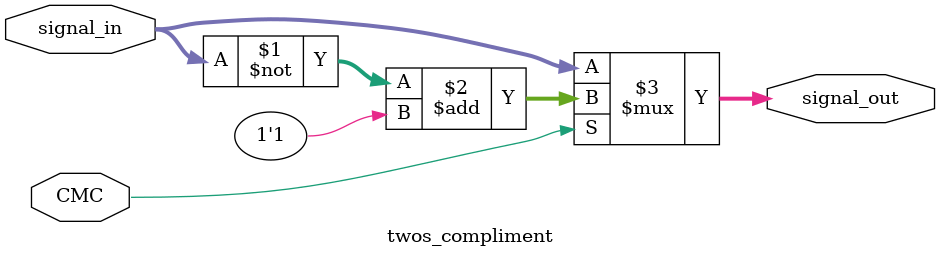
<source format=v>
module twos_compliment
(
	input CMC,
	input[7:0] signal_in,
	output [7:0] signal_out
);

assign signal_out = (CMC)? (~signal_in)+1'b1: signal_in;

endmodule

</source>
